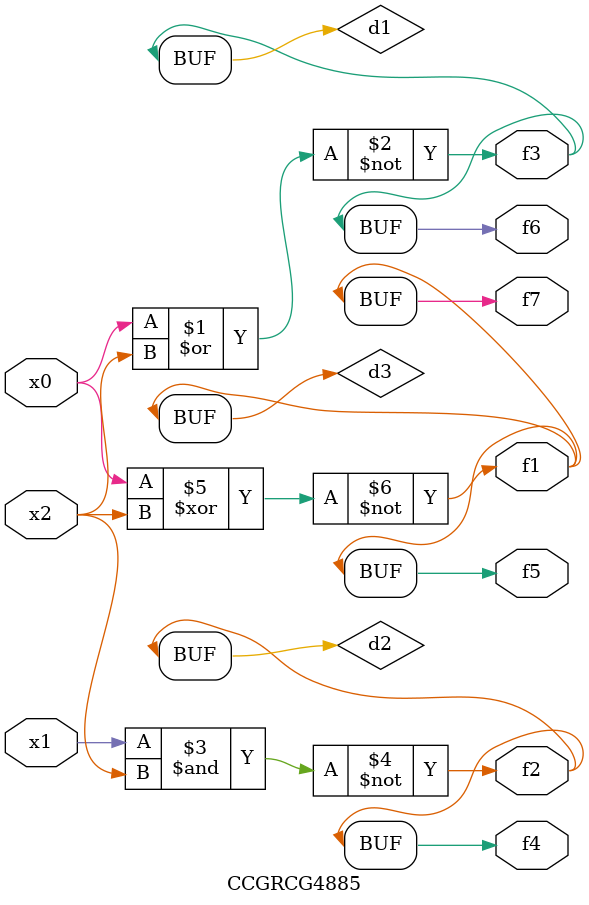
<source format=v>
module CCGRCG4885(
	input x0, x1, x2,
	output f1, f2, f3, f4, f5, f6, f7
);

	wire d1, d2, d3;

	nor (d1, x0, x2);
	nand (d2, x1, x2);
	xnor (d3, x0, x2);
	assign f1 = d3;
	assign f2 = d2;
	assign f3 = d1;
	assign f4 = d2;
	assign f5 = d3;
	assign f6 = d1;
	assign f7 = d3;
endmodule

</source>
